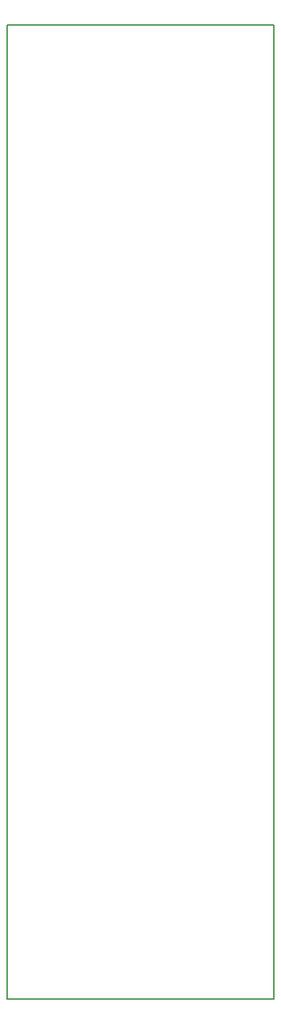
<source format=gbr>
%TF.GenerationSoftware,KiCad,Pcbnew,(7.0.0)*%
%TF.CreationDate,2023-05-30T18:27:12+05:30*%
%TF.ProjectId,voltmeter-pcb,766f6c74-6d65-4746-9572-2d7063622e6b,rev?*%
%TF.SameCoordinates,Original*%
%TF.FileFunction,Other,User*%
%FSLAX46Y46*%
G04 Gerber Fmt 4.6, Leading zero omitted, Abs format (unit mm)*
G04 Created by KiCad (PCBNEW (7.0.0)) date 2023-05-30 18:27:12*
%MOMM*%
%LPD*%
G01*
G04 APERTURE LIST*
%ADD10C,0.150000*%
G04 APERTURE END LIST*
D10*
X126570000Y-44680000D02*
X158190000Y-44680000D01*
X158190000Y-44680000D02*
X158190000Y-160280000D01*
X158190000Y-160280000D02*
X126570000Y-160280000D01*
X126570000Y-160280000D02*
X126570000Y-44680000D01*
M02*

</source>
